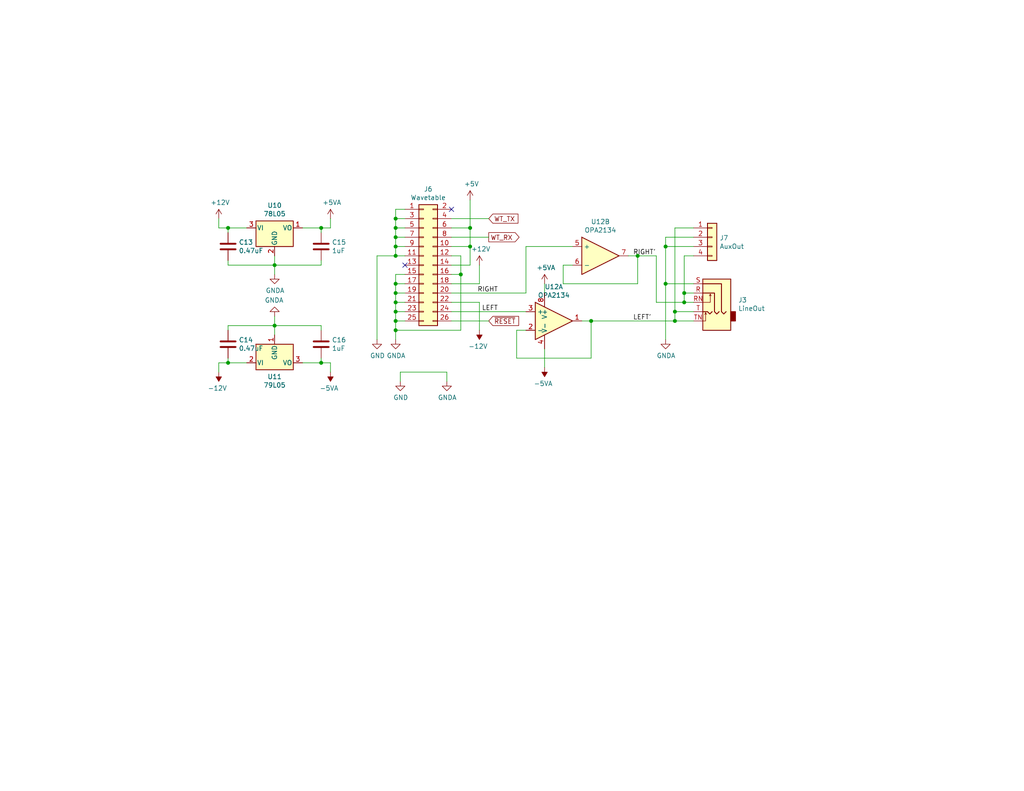
<source format=kicad_sch>
(kicad_sch (version 20211123) (generator eeschema)
  (paper "USLetter")
  (lib_symbols
    (symbol "Connector:AudioJack3_SwitchTR"
      (property "Reference" "J" (at 0 8.89 0))
      (property "Value" "AudioJack3_SwitchTR" (at 0 6.35 0))
      (symbol "AudioJack3_SwitchTR_0_1"
        (rectangle (start -5.08 -5.08) (end -6.35 -7.62) (stroke (width 0.254)) (fill (type outline)))
        (polyline (pts (xy 0.508 -0.254) (xy 0.762 -0.762)))
        (polyline (pts (xy 1.778 -5.334) (xy 2.032 -5.842)))
        (polyline (pts (xy 0 -5.08) (xy 0.635 -5.715) (xy 1.27 -5.08) (xy 2.54 -5.08)) (stroke (width 0.254)))
        (polyline (pts (xy 2.54 -7.62) (xy 1.778 -7.62) (xy 1.778 -5.334) (xy 1.524 -5.842)))
        (polyline (pts (xy 2.54 -2.54) (xy 0.508 -2.54) (xy 0.508 -0.254) (xy 0.254 -0.762)))
        (polyline (pts (xy -1.905 -5.08) (xy -1.27 -5.715) (xy -0.635 -5.08) (xy -0.635 0) (xy 2.54 0)) (stroke (width 0.254)))
        (polyline (pts (xy 2.54 2.54) (xy -2.54 2.54) (xy -2.54 -5.08) (xy -3.175 -5.715) (xy -3.81 -5.08)) (stroke (width 0.254)))
        (rectangle (start 2.54 3.81) (end -5.08 -10.16) (stroke (width 0.254)) (fill (type background)))
      )
      (symbol "AudioJack3_SwitchTR_1_1"
        (pin passive line (at 5.08 0 180) (length 2.54) (name "~") (number "R"))
        (pin passive line (at 5.08 -2.54 180) (length 2.54) (name "~") (number "RN"))
        (pin passive line (at 5.08 2.54 180) (length 2.54) (name "~") (number "S"))
        (pin passive line (at 5.08 -5.08 180) (length 2.54) (name "~") (number "T"))
        (pin passive line (at 5.08 -7.62 180) (length 2.54) (name "~") (number "TN"))
      )
    )
    (symbol "Connector_Generic:Conn_01x04" (pin_names (offset 1.016) hide)
      (property "Reference" "J" (at 0 5.08 0))
      (property "Value" "Conn_01x04" (at 0 -7.62 0))
      (symbol "Conn_01x04_1_1"
        (rectangle (start -1.27 -4.953) (end 0 -5.207) (stroke (width 0.1524)))
        (rectangle (start -1.27 -2.413) (end 0 -2.667) (stroke (width 0.1524)))
        (rectangle (start -1.27 0.127) (end 0 -0.127) (stroke (width 0.1524)))
        (rectangle (start -1.27 2.667) (end 0 2.413) (stroke (width 0.1524)))
        (rectangle (start -1.27 3.81) (end 1.27 -6.35) (stroke (width 0.254)) (fill (type background)))
        (pin passive line (at -5.08 2.54 0) (length 3.81) (name "Pin_1") (number "1"))
        (pin passive line (at -5.08 0 0) (length 3.81) (name "Pin_2") (number "2"))
        (pin passive line (at -5.08 -2.54 0) (length 3.81) (name "Pin_3") (number "3"))
        (pin passive line (at -5.08 -5.08 0) (length 3.81) (name "Pin_4") (number "4"))
      )
    )
    (symbol "Connector_Generic:Conn_02x13_Odd_Even" (pin_names (offset 1.016) hide)
      (property "Reference" "J" (at 1.27 17.78 0))
      (property "Value" "Conn_02x13_Odd_Even" (at 1.27 -17.78 0))
      (symbol "Conn_02x13_Odd_Even_1_1"
        (rectangle (start -1.27 -15.113) (end 0 -15.367) (stroke (width 0.1524)))
        (rectangle (start -1.27 -12.573) (end 0 -12.827) (stroke (width 0.1524)))
        (rectangle (start -1.27 -10.033) (end 0 -10.287) (stroke (width 0.1524)))
        (rectangle (start -1.27 -7.493) (end 0 -7.747) (stroke (width 0.1524)))
        (rectangle (start -1.27 -4.953) (end 0 -5.207) (stroke (width 0.1524)))
        (rectangle (start -1.27 -2.413) (end 0 -2.667) (stroke (width 0.1524)))
        (rectangle (start -1.27 0.127) (end 0 -0.127) (stroke (width 0.1524)))
        (rectangle (start -1.27 2.667) (end 0 2.413) (stroke (width 0.1524)))
        (rectangle (start -1.27 5.207) (end 0 4.953) (stroke (width 0.1524)))
        (rectangle (start -1.27 7.747) (end 0 7.493) (stroke (width 0.1524)))
        (rectangle (start -1.27 10.287) (end 0 10.033) (stroke (width 0.1524)))
        (rectangle (start -1.27 12.827) (end 0 12.573) (stroke (width 0.1524)))
        (rectangle (start -1.27 15.367) (end 0 15.113) (stroke (width 0.1524)))
        (rectangle (start -1.27 16.51) (end 3.81 -16.51) (stroke (width 0.254)) (fill (type background)))
        (rectangle (start 3.81 -15.113) (end 2.54 -15.367) (stroke (width 0.1524)))
        (rectangle (start 3.81 -12.573) (end 2.54 -12.827) (stroke (width 0.1524)))
        (rectangle (start 3.81 -10.033) (end 2.54 -10.287) (stroke (width 0.1524)))
        (rectangle (start 3.81 -7.493) (end 2.54 -7.747) (stroke (width 0.1524)))
        (rectangle (start 3.81 -4.953) (end 2.54 -5.207) (stroke (width 0.1524)))
        (rectangle (start 3.81 -2.413) (end 2.54 -2.667) (stroke (width 0.1524)))
        (rectangle (start 3.81 0.127) (end 2.54 -0.127) (stroke (width 0.1524)))
        (rectangle (start 3.81 2.667) (end 2.54 2.413) (stroke (width 0.1524)))
        (rectangle (start 3.81 5.207) (end 2.54 4.953) (stroke (width 0.1524)))
        (rectangle (start 3.81 7.747) (end 2.54 7.493) (stroke (width 0.1524)))
        (rectangle (start 3.81 10.287) (end 2.54 10.033) (stroke (width 0.1524)))
        (rectangle (start 3.81 12.827) (end 2.54 12.573) (stroke (width 0.1524)))
        (rectangle (start 3.81 15.367) (end 2.54 15.113) (stroke (width 0.1524)))
        (pin passive line (at -5.08 15.24 0) (length 3.81) (name "Pin_1") (number "1"))
        (pin passive line (at 7.62 5.08 180) (length 3.81) (name "Pin_10") (number "10"))
        (pin passive line (at -5.08 2.54 0) (length 3.81) (name "Pin_11") (number "11"))
        (pin passive line (at 7.62 2.54 180) (length 3.81) (name "Pin_12") (number "12"))
        (pin passive line (at -5.08 0 0) (length 3.81) (name "Pin_13") (number "13"))
        (pin passive line (at 7.62 0 180) (length 3.81) (name "Pin_14") (number "14"))
        (pin passive line (at -5.08 -2.54 0) (length 3.81) (name "Pin_15") (number "15"))
        (pin passive line (at 7.62 -2.54 180) (length 3.81) (name "Pin_16") (number "16"))
        (pin passive line (at -5.08 -5.08 0) (length 3.81) (name "Pin_17") (number "17"))
        (pin passive line (at 7.62 -5.08 180) (length 3.81) (name "Pin_18") (number "18"))
        (pin passive line (at -5.08 -7.62 0) (length 3.81) (name "Pin_19") (number "19"))
        (pin passive line (at 7.62 15.24 180) (length 3.81) (name "Pin_2") (number "2"))
        (pin passive line (at 7.62 -7.62 180) (length 3.81) (name "Pin_20") (number "20"))
        (pin passive line (at -5.08 -10.16 0) (length 3.81) (name "Pin_21") (number "21"))
        (pin passive line (at 7.62 -10.16 180) (length 3.81) (name "Pin_22") (number "22"))
        (pin passive line (at -5.08 -12.7 0) (length 3.81) (name "Pin_23") (number "23"))
        (pin passive line (at 7.62 -12.7 180) (length 3.81) (name "Pin_24") (number "24"))
        (pin passive line (at -5.08 -15.24 0) (length 3.81) (name "Pin_25") (number "25"))
        (pin passive line (at 7.62 -15.24 180) (length 3.81) (name "Pin_26") (number "26"))
        (pin passive line (at -5.08 12.7 0) (length 3.81) (name "Pin_3") (number "3"))
        (pin passive line (at 7.62 12.7 180) (length 3.81) (name "Pin_4") (number "4"))
        (pin passive line (at -5.08 10.16 0) (length 3.81) (name "Pin_5") (number "5"))
        (pin passive line (at 7.62 10.16 180) (length 3.81) (name "Pin_6") (number "6"))
        (pin passive line (at -5.08 7.62 0) (length 3.81) (name "Pin_7") (number "7"))
        (pin passive line (at 7.62 7.62 180) (length 3.81) (name "Pin_8") (number "8"))
        (pin passive line (at -5.08 5.08 0) (length 3.81) (name "Pin_9") (number "9"))
      )
    )
    (symbol "Device:C" (pin_numbers hide) (pin_names (offset 0.254))
      (property "Reference" "C" (at 0.635 2.54 0))
      (property "Value" "C" (at 0.635 -2.54 0))
      (symbol "C_0_1"
        (polyline (pts (xy -2.032 -0.762) (xy 2.032 -0.762)) (stroke (width 0.508)))
        (polyline (pts (xy -2.032 0.762) (xy 2.032 0.762)) (stroke (width 0.508)))
      )
      (symbol "C_1_1"
        (pin passive line (at 0 3.81 270) (length 2.794) (name "~") (number "1"))
        (pin passive line (at 0 -3.81 90) (length 2.794) (name "~") (number "2"))
      )
    )
    (symbol "Device:Opamp_Dual"
      (property "Reference" "U" (at 0 5.08 0))
      (property "Value" "Opamp_Dual" (at 0 -5.08 0))
      (symbol "Opamp_Dual_1_1"
        (polyline (pts (xy -5.08 5.08) (xy 5.08 0) (xy -5.08 -5.08) (xy -5.08 5.08)) (stroke (width 0.254)) (fill (type background)))
        (pin output line (at 7.62 0 180) (length 2.54) (name "~") (number "1"))
        (pin input line (at -7.62 -2.54 0) (length 2.54) (name "-") (number "2"))
        (pin input line (at -7.62 2.54 0) (length 2.54) (name "+") (number "3"))
      )
      (symbol "Opamp_Dual_2_1"
        (polyline (pts (xy -5.08 5.08) (xy 5.08 0) (xy -5.08 -5.08) (xy -5.08 5.08)) (stroke (width 0.254)) (fill (type background)))
        (pin input line (at -7.62 2.54 0) (length 2.54) (name "+") (number "5"))
        (pin input line (at -7.62 -2.54 0) (length 2.54) (name "-") (number "6"))
        (pin output line (at 7.62 0 180) (length 2.54) (name "~") (number "7"))
      )
      (symbol "Opamp_Dual_3_1"
        (pin power_in line (at -2.54 -7.62 90) (length 3.81) (name "V-") (number "4"))
        (pin power_in line (at -2.54 7.62 270) (length 3.81) (name "V+") (number "8"))
      )
    )
    (symbol "Regulator_Linear:L78L05_TO92" (pin_names (offset 0.254))
      (property "Reference" "U" (at -3.81 3.175 0))
      (property "Value" "L78L05_TO92" (at 0 3.175 0))
      (symbol "L78L05_TO92_0_1"
        (rectangle (start -5.08 -5.08) (end 5.08 1.905) (stroke (width 0.254)) (fill (type background)))
      )
      (symbol "L78L05_TO92_1_1"
        (pin power_out line (at 7.62 0 180) (length 2.54) (name "VO") (number "1"))
        (pin power_in line (at 0 -7.62 90) (length 2.54) (name "GND") (number "2"))
        (pin power_in line (at -7.62 0 0) (length 2.54) (name "VI") (number "3"))
      )
    )
    (symbol "Regulator_Linear:L79L05_TO92" (pin_names (offset 0.254))
      (property "Reference" "U" (at -3.81 -3.175 0))
      (property "Value" "L79L05_TO92" (at 0 -3.175 0))
      (symbol "L79L05_TO92_0_1"
        (rectangle (start -5.08 5.08) (end 5.08 -1.905) (stroke (width 0.254)) (fill (type background)))
      )
      (symbol "L79L05_TO92_1_1"
        (pin power_in line (at 0 7.62 270) (length 2.54) (name "GND") (number "1"))
        (pin power_in line (at -7.62 0 0) (length 2.54) (name "VI") (number "2"))
        (pin power_out line (at 7.62 0 180) (length 2.54) (name "VO") (number "3"))
      )
    )
    (symbol "power:+12V" (power) (pin_names (offset 0))
      (property "Value" "+12V" (at 0 3.556 0))
      (symbol "+12V_0_1"
        (polyline (pts (xy -0.762 1.27) (xy 0 2.54)))
        (polyline (pts (xy 0 0) (xy 0 2.54)))
        (polyline (pts (xy 0 2.54) (xy 0.762 1.27)))
      )
      (symbol "+12V_1_1"
        (pin power_in line (at 0 0 90) (length 0) hide (name "+12V") (number "1"))
      )
    )
    (symbol "power:+5V" (power) (pin_names (offset 0))
      (property "Value" "+5V" (at 0 3.556 0))
      (symbol "+5V_0_1"
        (polyline (pts (xy -0.762 1.27) (xy 0 2.54)))
        (polyline (pts (xy 0 0) (xy 0 2.54)))
        (polyline (pts (xy 0 2.54) (xy 0.762 1.27)))
      )
      (symbol "+5V_1_1"
        (pin power_in line (at 0 0 90) (length 0) hide (name "+5V") (number "1"))
      )
    )
    (symbol "power:+5VA" (power) (pin_names (offset 0))
      (property "Value" "+5VA" (at 0 3.556 0))
      (symbol "+5VA_0_1"
        (polyline (pts (xy -0.762 1.27) (xy 0 2.54)))
        (polyline (pts (xy 0 0) (xy 0 2.54)))
        (polyline (pts (xy 0 2.54) (xy 0.762 1.27)))
      )
      (symbol "+5VA_1_1"
        (pin power_in line (at 0 0 90) (length 0) hide (name "+5VA") (number "1"))
      )
    )
    (symbol "power:-12V" (power) (pin_names (offset 0))
      (property "Value" "-12V" (at 0 3.81 0))
      (symbol "-12V_0_0"
        (pin power_in line (at 0 0 90) (length 0) hide (name "-12V") (number "1"))
      )
      (symbol "-12V_0_1"
        (polyline (pts (xy 0 0) (xy 0 1.27) (xy 0.762 1.27) (xy 0 2.54) (xy -0.762 1.27) (xy 0 1.27)) (fill (type outline)))
      )
    )
    (symbol "power:-5VA" (power) (pin_names (offset 0))
      (property "Value" "-5VA" (at 0 3.81 0))
      (symbol "-5VA_0_0"
        (pin power_in line (at 0 0 90) (length 0) hide (name "-5VA") (number "1"))
      )
      (symbol "-5VA_0_1"
        (polyline (pts (xy 0 0) (xy 0 1.27) (xy 0.762 1.27) (xy 0 2.54) (xy -0.762 1.27) (xy 0 1.27)) (fill (type outline)))
      )
    )
    (symbol "power:GND" (power) (pin_names (offset 0))
      (property "Value" "GND" (at 0 -3.81 0))
      (symbol "GND_0_1"
        (polyline (pts (xy 0 0) (xy 0 -1.27) (xy 1.27 -1.27) (xy 0 -2.54) (xy -1.27 -1.27) (xy 0 -1.27)))
      )
      (symbol "GND_1_1"
        (pin power_in line (at 0 0 270) (length 0) hide (name "GND") (number "1"))
      )
    )
    (symbol "power:GNDA" (power) (pin_names (offset 0))
      (property "Value" "GNDA" (at 0 -3.81 0))
      (symbol "GNDA_0_1"
        (polyline (pts (xy 0 0) (xy 0 -1.27) (xy 1.27 -1.27) (xy 0 -2.54) (xy -1.27 -1.27) (xy 0 -1.27)))
      )
      (symbol "GNDA_1_1"
        (pin power_in line (at 0 0 270) (length 0) hide (name "GNDA") (number "1"))
      )
    )
  )
  (junction (at 107.95 90.17))
  (junction (at 87.63 99.06))
  (junction (at 74.93 88.9))
  (junction (at 125.73 74.93))
  (junction (at 107.95 59.69))
  (junction (at 186.69 80.01))
  (junction (at 74.93 72.39))
  (junction (at 184.15 87.63))
  (junction (at 107.95 82.55))
  (junction (at 62.23 62.23))
  (junction (at 181.61 67.31))
  (junction (at 87.63 62.23))
  (junction (at 107.95 69.85))
  (junction (at 107.95 85.09))
  (junction (at 62.23 99.06))
  (junction (at 186.69 82.55))
  (junction (at 128.27 67.31))
  (junction (at 107.95 80.01))
  (junction (at 161.29 87.63))
  (junction (at 107.95 64.77))
  (junction (at 173.99 69.85))
  (junction (at 128.27 62.23))
  (junction (at 107.95 67.31))
  (junction (at 181.61 77.47))
  (junction (at 107.95 87.63))
  (junction (at 107.95 62.23))
  (junction (at 184.15 85.09))
  (junction (at 107.95 77.47))
  (no_connect (at 110.49 72.39))
  (no_connect (at 123.19 57.15))
  (wire (pts (xy 110.49 64.77) (xy 107.95 64.77)))
  (wire (pts (xy 189.23 80.01) (xy 186.69 80.01)))
  (wire (pts (xy 186.69 80.01) (xy 186.69 69.85)))
  (wire (pts (xy 130.81 77.47) (xy 130.81 72.39)))
  (wire (pts (xy 140.97 90.17) (xy 143.51 90.17)))
  (wire (pts (xy 74.93 72.39) (xy 74.93 74.93)))
  (wire (pts (xy 128.27 54.61) (xy 128.27 62.23)))
  (wire (pts (xy 110.49 67.31) (xy 107.95 67.31)))
  (wire (pts (xy 107.95 77.47) (xy 107.95 80.01)))
  (wire (pts (xy 186.69 82.55) (xy 189.23 82.55)))
  (wire (pts (xy 181.61 77.47) (xy 181.61 92.71)))
  (wire (pts (xy 109.22 101.6) (xy 109.22 104.14)))
  (wire (pts (xy 123.19 69.85) (xy 125.73 69.85)))
  (wire (pts (xy 184.15 87.63) (xy 189.23 87.63)))
  (wire (pts (xy 110.49 69.85) (xy 107.95 69.85)))
  (wire (pts (xy 153.67 72.39) (xy 156.21 72.39)))
  (wire (pts (xy 110.49 59.69) (xy 107.95 59.69)))
  (wire (pts (xy 107.95 62.23) (xy 107.95 64.77)))
  (wire (pts (xy 102.87 92.71) (xy 102.87 69.85)))
  (wire (pts (xy 62.23 72.39) (xy 74.93 72.39)))
  (wire (pts (xy 184.15 62.23) (xy 189.23 62.23)))
  (wire (pts (xy 128.27 72.39) (xy 128.27 67.31)))
  (wire (pts (xy 123.19 85.09) (xy 143.51 85.09)))
  (wire (pts (xy 110.49 85.09) (xy 107.95 85.09)))
  (wire (pts (xy 90.17 101.6) (xy 90.17 99.06)))
  (wire (pts (xy 128.27 67.31) (xy 128.27 62.23)))
  (wire (pts (xy 74.93 88.9) (xy 74.93 91.44)))
  (wire (pts (xy 173.99 69.85) (xy 173.99 77.47)))
  (wire (pts (xy 102.87 69.85) (xy 107.95 69.85)))
  (wire (pts (xy 87.63 88.9) (xy 87.63 90.17)))
  (wire (pts (xy 148.59 77.47) (xy 148.59 80.01)))
  (wire (pts (xy 110.49 80.01) (xy 107.95 80.01)))
  (wire (pts (xy 128.27 62.23) (xy 123.19 62.23)))
  (wire (pts (xy 123.19 80.01) (xy 143.51 80.01)))
  (wire (pts (xy 153.67 77.47) (xy 153.67 72.39)))
  (wire (pts (xy 179.07 82.55) (xy 186.69 82.55)))
  (wire (pts (xy 148.59 95.25) (xy 148.59 100.33)))
  (wire (pts (xy 181.61 67.31) (xy 189.23 67.31)))
  (wire (pts (xy 125.73 69.85) (xy 125.73 74.93)))
  (wire (pts (xy 123.19 87.63) (xy 133.35 87.63)))
  (wire (pts (xy 123.19 64.77) (xy 133.35 64.77)))
  (wire (pts (xy 62.23 71.12) (xy 62.23 72.39)))
  (wire (pts (xy 107.95 57.15) (xy 107.95 59.69)))
  (wire (pts (xy 107.95 87.63) (xy 110.49 87.63)))
  (wire (pts (xy 186.69 69.85) (xy 189.23 69.85)))
  (wire (pts (xy 62.23 99.06) (xy 62.23 97.79)))
  (wire (pts (xy 87.63 99.06) (xy 87.63 97.79)))
  (wire (pts (xy 59.69 101.6) (xy 59.69 99.06)))
  (wire (pts (xy 125.73 74.93) (xy 125.73 90.17)))
  (wire (pts (xy 87.63 71.12) (xy 87.63 72.39)))
  (wire (pts (xy 123.19 67.31) (xy 128.27 67.31)))
  (wire (pts (xy 110.49 82.55) (xy 107.95 82.55)))
  (wire (pts (xy 143.51 80.01) (xy 143.51 67.31)))
  (wire (pts (xy 74.93 86.36) (xy 74.93 88.9)))
  (wire (pts (xy 110.49 77.47) (xy 107.95 77.47)))
  (wire (pts (xy 109.22 101.6) (xy 121.92 101.6)))
  (wire (pts (xy 59.69 62.23) (xy 62.23 62.23)))
  (wire (pts (xy 107.95 64.77) (xy 107.95 67.31)))
  (wire (pts (xy 186.69 80.01) (xy 186.69 82.55)))
  (wire (pts (xy 90.17 99.06) (xy 87.63 99.06)))
  (wire (pts (xy 90.17 62.23) (xy 90.17 59.69)))
  (wire (pts (xy 62.23 88.9) (xy 74.93 88.9)))
  (wire (pts (xy 74.93 88.9) (xy 87.63 88.9)))
  (wire (pts (xy 87.63 62.23) (xy 87.63 63.5)))
  (wire (pts (xy 158.75 87.63) (xy 161.29 87.63)))
  (wire (pts (xy 82.55 99.06) (xy 87.63 99.06)))
  (wire (pts (xy 179.07 69.85) (xy 179.07 82.55)))
  (wire (pts (xy 173.99 77.47) (xy 153.67 77.47)))
  (wire (pts (xy 133.35 59.69) (xy 123.19 59.69)))
  (wire (pts (xy 189.23 85.09) (xy 184.15 85.09)))
  (wire (pts (xy 173.99 69.85) (xy 179.07 69.85)))
  (wire (pts (xy 125.73 74.93) (xy 123.19 74.93)))
  (wire (pts (xy 189.23 64.77) (xy 181.61 64.77)))
  (wire (pts (xy 107.95 90.17) (xy 107.95 87.63)))
  (wire (pts (xy 59.69 59.69) (xy 59.69 62.23)))
  (wire (pts (xy 82.55 62.23) (xy 87.63 62.23)))
  (wire (pts (xy 140.97 97.79) (xy 140.97 90.17)))
  (wire (pts (xy 161.29 87.63) (xy 161.29 97.79)))
  (wire (pts (xy 189.23 77.47) (xy 181.61 77.47)))
  (wire (pts (xy 62.23 90.17) (xy 62.23 88.9)))
  (wire (pts (xy 59.69 99.06) (xy 62.23 99.06)))
  (wire (pts (xy 171.45 69.85) (xy 173.99 69.85)))
  (wire (pts (xy 107.95 74.93) (xy 107.95 77.47)))
  (wire (pts (xy 181.61 64.77) (xy 181.61 67.31)))
  (wire (pts (xy 110.49 57.15) (xy 107.95 57.15)))
  (wire (pts (xy 184.15 85.09) (xy 184.15 62.23)))
  (wire (pts (xy 110.49 62.23) (xy 107.95 62.23)))
  (wire (pts (xy 123.19 77.47) (xy 130.81 77.47)))
  (wire (pts (xy 125.73 90.17) (xy 107.95 90.17)))
  (wire (pts (xy 107.95 90.17) (xy 107.95 92.71)))
  (wire (pts (xy 107.95 59.69) (xy 107.95 62.23)))
  (wire (pts (xy 87.63 62.23) (xy 90.17 62.23)))
  (wire (pts (xy 107.95 82.55) (xy 107.95 85.09)))
  (wire (pts (xy 184.15 85.09) (xy 184.15 87.63)))
  (wire (pts (xy 130.81 90.17) (xy 130.81 82.55)))
  (wire (pts (xy 121.92 104.14) (xy 121.92 101.6)))
  (wire (pts (xy 107.95 85.09) (xy 107.95 87.63)))
  (wire (pts (xy 110.49 74.93) (xy 107.95 74.93)))
  (wire (pts (xy 161.29 97.79) (xy 140.97 97.79)))
  (wire (pts (xy 62.23 62.23) (xy 62.23 63.5)))
  (wire (pts (xy 123.19 72.39) (xy 128.27 72.39)))
  (wire (pts (xy 130.81 82.55) (xy 123.19 82.55)))
  (wire (pts (xy 74.93 72.39) (xy 74.93 69.85)))
  (wire (pts (xy 62.23 62.23) (xy 67.31 62.23)))
  (wire (pts (xy 107.95 67.31) (xy 107.95 69.85)))
  (wire (pts (xy 107.95 80.01) (xy 107.95 82.55)))
  (wire (pts (xy 184.15 87.63) (xy 161.29 87.63)))
  (wire (pts (xy 87.63 72.39) (xy 74.93 72.39)))
  (wire (pts (xy 67.31 99.06) (xy 62.23 99.06)))
  (wire (pts (xy 143.51 67.31) (xy 156.21 67.31)))
  (wire (pts (xy 181.61 67.31) (xy 181.61 77.47)))
  (label "RIGHT'" (at 172.72 69.85 0))
  (label "RIGHT" (at 135.89 80.01 180))
  (label "LEFT" (at 135.89 85.09 180))
  (label "LEFT'" (at 172.72 87.63 0))
  (global_label "~{RESET}" (shape input) (at 133.35 87.63 0) (property "Intersheet References" "${INTERSHEET_REFS}" (effects hide)))
  (global_label "WT_TX" (shape input) (at 133.35 59.69 0) (property "Intersheet References" "${INTERSHEET_REFS}" (effects hide)))
  (global_label "WT_RX" (shape output) (at 133.35 64.77 0) (property "Intersheet References" "${INTERSHEET_REFS}" (effects hide)))
  (symbol (lib_id "Connector_Generic:Conn_02x13_Odd_Even") (at 115.57 72.39 0)
    (property "Reference" "J6" (at 116.84 51.6382 0))
    (property "Value" "Wavetable" (at 116.84 53.9496 0))
    (property "Footprint" "Connector_PinHeader_2.54mm:PinHeader_2x13_P2.54mm_Vertical" (effects hide))
  )
  (symbol (lib_id "power:GND") (at 109.22 104.14 0)
    (property "Reference" "#PWR0140" (effects hide))
    (property "Value" "GND" (at 109.347 108.5342 0))
  )
  (symbol (lib_id "power:GNDA") (at 121.92 104.14 0)
    (property "Reference" "#PWR0141" (effects hide))
    (property "Value" "GNDA" (at 122.047 108.5342 0))
  )
  (symbol (lib_id "power:GND") (at 102.87 92.71 0)
    (property "Reference" "#PWR0142" (effects hide))
    (property "Value" "GND" (at 102.997 97.1042 0))
  )
  (symbol (lib_id "power:GNDA") (at 107.95 92.71 0)
    (property "Reference" "#PWR0143" (effects hide))
    (property "Value" "GNDA" (at 108.077 97.1042 0))
  )
  (symbol (lib_id "power:GNDA") (at 181.61 92.71 0)
    (property "Reference" "#PWR0144" (effects hide))
    (property "Value" "GNDA" (at 181.737 97.1042 0))
  )
  (symbol (lib_id "power:+12V") (at 130.81 72.39 0)
    (property "Reference" "#PWR0146" (effects hide))
    (property "Value" "+12V" (at 131.191 67.9958 0))
  )
  (symbol (lib_id "power:-12V") (at 130.81 90.17 180)
    (property "Reference" "#PWR0149" (effects hide))
    (property "Value" "-12V" (at 130.429 94.5642 0))
  )
  (symbol (lib_id "Connector:AudioJack3_SwitchTR") (at 194.31 80.01 0) (mirror y)
    (property "Reference" "J3" (at 201.422 81.915 0) (effects (justify right)))
    (property "Value" "LineOut" (at 201.422 84.2264 0) (effects (justify right)))
    (property "Footprint" "hardmpu-wt:Jack_3.5mm_CUI_SJ1-3555NG" (effects hide))
  )
  (symbol (lib_id "Connector_Generic:Conn_01x04") (at 194.31 64.77 0)
    (property "Reference" "J7" (at 196.342 64.9732 0) (effects (justify left)))
    (property "Value" "AuxOut" (at 196.342 67.2846 0) (effects (justify left)))
    (property "Footprint" "hardmpu-wt:Molex_SL_70551-0003_1x04_P2.54mm_Horizontal" (effects hide))
  )
  (symbol (lib_id "power:+5V") (at 128.27 54.61 0) (unit 1)
    (property "Reference" "#PWR0145" (effects hide))
    (property "Value" "+5V" (at 128.651 50.2158 0))
  )
  (symbol (lib_id "power:GNDA") (at 74.93 74.93 0) (unit 1)
    (property "Reference" "#PWR0164" (effects hide))
    (property "Value" "GNDA" (at 75.057 79.3242 0))
  )
  (symbol (lib_id "power:GNDA") (at 74.93 86.36 180) (unit 1)
    (property "Reference" "#PWR0166" (effects hide))
    (property "Value" "GNDA" (at 74.803 81.9658 0))
  )
  (symbol (lib_id "Device:Opamp_Dual") (at 151.13 87.63 0) (unit 1)
    (property "Reference" "U12" (at 151.13 78.3082 0))
    (property "Value" "OPA2134" (at 151.13 80.6196 0))
    (property "Footprint" "Package_DIP:DIP-8_W7.62mm_LongPads" (effects hide))
  )
  (symbol (lib_id "Device:Opamp_Dual") (at 163.83 69.85 0) (unit 2)
    (property "Reference" "U12" (at 163.83 60.5282 0))
    (property "Value" "OPA2134" (at 163.83 62.8396 0))
    (property "Footprint" "Package_DIP:DIP-8_W7.62mm_LongPads" (effects hide))
  )
  (symbol (lib_id "Device:Opamp_Dual") (at 151.13 87.63 0) (unit 3)
    (property "Reference" "U12" (effects hide))
    (property "Value" "OPA2134" (effects hide))
    (property "Footprint" "Package_DIP:DIP-8_W7.62mm_LongPads" (effects hide))
  )
  (symbol (lib_id "power:-5VA") (at 148.59 100.33 180) (unit 1)
    (property "Reference" "#PWR0161" (effects hide))
    (property "Value" "-5VA" (at 148.209 104.7242 0))
  )
  (symbol (lib_id "power:+5VA") (at 148.59 77.47 0) (unit 1)
    (property "Reference" "#PWR0162" (effects hide))
    (property "Value" "+5VA" (at 148.971 73.0758 0))
  )
  (symbol (lib_id "Regulator_Linear:L78L05_TO92") (at 74.93 62.23 0) (unit 1)
    (property "Reference" "U10" (at 74.93 56.0832 0))
    (property "Value" "78L05" (at 74.93 58.3946 0))
    (property "Footprint" "Package_TO_SOT_THT:TO-92" (effects hide))
    (property "Datasheet" "http://www.st.com/content/ccc/resource/technical/document/datasheet/15/55/e5/aa/23/5b/43/fd/CD00000446.pdf/files/CD00000446.pdf/jcr:content/translations/en.CD00000446.pdf" (effects hide))
  )
  (symbol (lib_id "Regulator_Linear:L79L05_TO92") (at 74.93 99.06 0) (unit 1)
    (property "Reference" "U11" (at 74.93 102.8446 0))
    (property "Value" "79L05" (at 74.93 105.156 0))
    (property "Footprint" "Package_TO_SOT_THT:TO-92" (effects hide))
    (property "Datasheet" "http://www.farnell.com/datasheets/1827870.pdf" (effects hide))
  )
  (symbol (lib_id "power:+12V") (at 59.69 59.69 0) (unit 1)
    (property "Reference" "#PWR0163" (effects hide))
    (property "Value" "+12V" (at 60.071 55.2958 0))
  )
  (symbol (lib_id "Device:C") (at 62.23 67.31 0) (unit 1)
    (property "Reference" "C13" (at 65.151 66.1416 0) (effects (justify left)))
    (property "Value" "0.47uF" (at 65.151 68.453 0) (effects (justify left)))
    (property "Footprint" "Capacitor_THT:C_Disc_D3.0mm_W2.0mm_P2.50mm" (effects hide))
  )
  (symbol (lib_id "Device:C") (at 87.63 67.31 0) (unit 1)
    (property "Reference" "C15" (at 90.551 66.1416 0) (effects (justify left)))
    (property "Value" "1uF" (at 90.551 68.453 0) (effects (justify left)))
    (property "Footprint" "Capacitor_THT:C_Disc_D3.0mm_W2.0mm_P2.50mm" (effects hide))
  )
  (symbol (lib_id "power:+5VA") (at 90.17 59.69 0) (unit 1)
    (property "Reference" "#PWR0165" (effects hide))
    (property "Value" "+5VA" (at 90.551 55.2958 0))
  )
  (symbol (lib_id "Device:C") (at 62.23 93.98 0) (unit 1)
    (property "Reference" "C14" (at 65.151 92.8116 0) (effects (justify left)))
    (property "Value" "0.47uF" (at 65.151 95.123 0) (effects (justify left)))
    (property "Footprint" "Capacitor_THT:C_Disc_D3.0mm_W2.0mm_P2.50mm" (effects hide))
  )
  (symbol (lib_id "Device:C") (at 87.63 93.98 0) (unit 1)
    (property "Reference" "C16" (at 90.551 92.8116 0) (effects (justify left)))
    (property "Value" "1uF" (at 90.551 95.123 0) (effects (justify left)))
    (property "Footprint" "Capacitor_THT:C_Disc_D3.0mm_W2.0mm_P2.50mm" (effects hide))
  )
  (symbol (lib_id "power:-12V") (at 59.69 101.6 180) (unit 1)
    (property "Reference" "#PWR0167" (effects hide))
    (property "Value" "-12V" (at 59.309 105.9942 0))
  )
  (symbol (lib_id "power:-5VA") (at 90.17 101.6 180) (unit 1)
    (property "Reference" "#PWR0168" (effects hide))
    (property "Value" "-5VA" (at 89.789 105.9942 0))
  )
)
</source>
